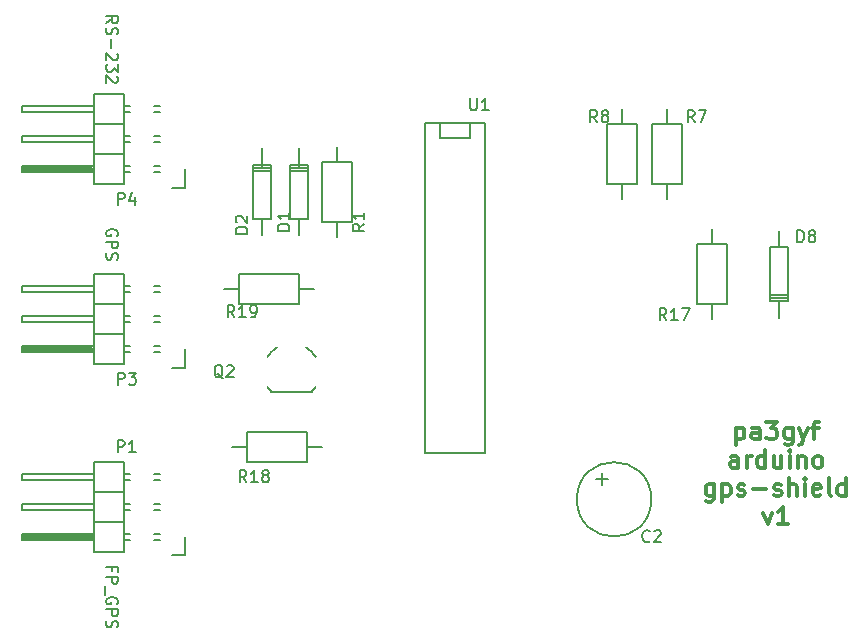
<source format=gbr>
G04 #@! TF.FileFunction,Legend,Top*
%FSLAX46Y46*%
G04 Gerber Fmt 4.6, Leading zero omitted, Abs format (unit mm)*
G04 Created by KiCad (PCBNEW (after 2015-mar-04 BZR unknown)-product) date Fri 28 Oct 2016 10:27:18 AM CEST*
%MOMM*%
G01*
G04 APERTURE LIST*
%ADD10C,0.100000*%
%ADD11C,0.200000*%
%ADD12C,0.300000*%
%ADD13C,0.150000*%
G04 APERTURE END LIST*
D10*
D11*
X150042619Y-53030715D02*
X150518810Y-52697381D01*
X150042619Y-52459286D02*
X151042619Y-52459286D01*
X151042619Y-52840239D01*
X150995000Y-52935477D01*
X150947381Y-52983096D01*
X150852143Y-53030715D01*
X150709286Y-53030715D01*
X150614048Y-52983096D01*
X150566429Y-52935477D01*
X150518810Y-52840239D01*
X150518810Y-52459286D01*
X150090238Y-53411667D02*
X150042619Y-53554524D01*
X150042619Y-53792620D01*
X150090238Y-53887858D01*
X150137857Y-53935477D01*
X150233095Y-53983096D01*
X150328333Y-53983096D01*
X150423571Y-53935477D01*
X150471190Y-53887858D01*
X150518810Y-53792620D01*
X150566429Y-53602143D01*
X150614048Y-53506905D01*
X150661667Y-53459286D01*
X150756905Y-53411667D01*
X150852143Y-53411667D01*
X150947381Y-53459286D01*
X150995000Y-53506905D01*
X151042619Y-53602143D01*
X151042619Y-53840239D01*
X150995000Y-53983096D01*
X150423571Y-54411667D02*
X150423571Y-55173572D01*
X150947381Y-55602143D02*
X150995000Y-55649762D01*
X151042619Y-55745000D01*
X151042619Y-55983096D01*
X150995000Y-56078334D01*
X150947381Y-56125953D01*
X150852143Y-56173572D01*
X150756905Y-56173572D01*
X150614048Y-56125953D01*
X150042619Y-55554524D01*
X150042619Y-56173572D01*
X151042619Y-56506905D02*
X151042619Y-57125953D01*
X150661667Y-56792619D01*
X150661667Y-56935477D01*
X150614048Y-57030715D01*
X150566429Y-57078334D01*
X150471190Y-57125953D01*
X150233095Y-57125953D01*
X150137857Y-57078334D01*
X150090238Y-57030715D01*
X150042619Y-56935477D01*
X150042619Y-56649762D01*
X150090238Y-56554524D01*
X150137857Y-56506905D01*
X150947381Y-57506905D02*
X150995000Y-57554524D01*
X151042619Y-57649762D01*
X151042619Y-57887858D01*
X150995000Y-57983096D01*
X150947381Y-58030715D01*
X150852143Y-58078334D01*
X150756905Y-58078334D01*
X150614048Y-58030715D01*
X150042619Y-57459286D01*
X150042619Y-58078334D01*
X150995000Y-71040715D02*
X151042619Y-70945477D01*
X151042619Y-70802620D01*
X150995000Y-70659762D01*
X150899762Y-70564524D01*
X150804524Y-70516905D01*
X150614048Y-70469286D01*
X150471190Y-70469286D01*
X150280714Y-70516905D01*
X150185476Y-70564524D01*
X150090238Y-70659762D01*
X150042619Y-70802620D01*
X150042619Y-70897858D01*
X150090238Y-71040715D01*
X150137857Y-71088334D01*
X150471190Y-71088334D01*
X150471190Y-70897858D01*
X150042619Y-71516905D02*
X151042619Y-71516905D01*
X151042619Y-71897858D01*
X150995000Y-71993096D01*
X150947381Y-72040715D01*
X150852143Y-72088334D01*
X150709286Y-72088334D01*
X150614048Y-72040715D01*
X150566429Y-71993096D01*
X150518810Y-71897858D01*
X150518810Y-71516905D01*
X150090238Y-72469286D02*
X150042619Y-72612143D01*
X150042619Y-72850239D01*
X150090238Y-72945477D01*
X150137857Y-72993096D01*
X150233095Y-73040715D01*
X150328333Y-73040715D01*
X150423571Y-72993096D01*
X150471190Y-72945477D01*
X150518810Y-72850239D01*
X150566429Y-72659762D01*
X150614048Y-72564524D01*
X150661667Y-72516905D01*
X150756905Y-72469286D01*
X150852143Y-72469286D01*
X150947381Y-72516905D01*
X150995000Y-72564524D01*
X151042619Y-72659762D01*
X151042619Y-72897858D01*
X150995000Y-73040715D01*
X150566429Y-99385715D02*
X150566429Y-99052381D01*
X150042619Y-99052381D02*
X151042619Y-99052381D01*
X151042619Y-99528572D01*
X150042619Y-99909524D02*
X151042619Y-99909524D01*
X151042619Y-100290477D01*
X150995000Y-100385715D01*
X150947381Y-100433334D01*
X150852143Y-100480953D01*
X150709286Y-100480953D01*
X150614048Y-100433334D01*
X150566429Y-100385715D01*
X150518810Y-100290477D01*
X150518810Y-99909524D01*
X149947381Y-100671429D02*
X149947381Y-101433334D01*
X150995000Y-102195239D02*
X151042619Y-102100001D01*
X151042619Y-101957144D01*
X150995000Y-101814286D01*
X150899762Y-101719048D01*
X150804524Y-101671429D01*
X150614048Y-101623810D01*
X150471190Y-101623810D01*
X150280714Y-101671429D01*
X150185476Y-101719048D01*
X150090238Y-101814286D01*
X150042619Y-101957144D01*
X150042619Y-102052382D01*
X150090238Y-102195239D01*
X150137857Y-102242858D01*
X150471190Y-102242858D01*
X150471190Y-102052382D01*
X150042619Y-102671429D02*
X151042619Y-102671429D01*
X151042619Y-103052382D01*
X150995000Y-103147620D01*
X150947381Y-103195239D01*
X150852143Y-103242858D01*
X150709286Y-103242858D01*
X150614048Y-103195239D01*
X150566429Y-103147620D01*
X150518810Y-103052382D01*
X150518810Y-102671429D01*
X150090238Y-103623810D02*
X150042619Y-103766667D01*
X150042619Y-104004763D01*
X150090238Y-104100001D01*
X150137857Y-104147620D01*
X150233095Y-104195239D01*
X150328333Y-104195239D01*
X150423571Y-104147620D01*
X150471190Y-104100001D01*
X150518810Y-104004763D01*
X150566429Y-103814286D01*
X150614048Y-103719048D01*
X150661667Y-103671429D01*
X150756905Y-103623810D01*
X150852143Y-103623810D01*
X150947381Y-103671429D01*
X150995000Y-103719048D01*
X151042619Y-103814286D01*
X151042619Y-104052382D01*
X150995000Y-104195239D01*
D12*
X203363143Y-87264571D02*
X203363143Y-88764571D01*
X203363143Y-87336000D02*
X203506000Y-87264571D01*
X203791714Y-87264571D01*
X203934571Y-87336000D01*
X204006000Y-87407429D01*
X204077429Y-87550286D01*
X204077429Y-87978857D01*
X204006000Y-88121714D01*
X203934571Y-88193143D01*
X203791714Y-88264571D01*
X203506000Y-88264571D01*
X203363143Y-88193143D01*
X205363143Y-88264571D02*
X205363143Y-87478857D01*
X205291714Y-87336000D01*
X205148857Y-87264571D01*
X204863143Y-87264571D01*
X204720286Y-87336000D01*
X205363143Y-88193143D02*
X205220286Y-88264571D01*
X204863143Y-88264571D01*
X204720286Y-88193143D01*
X204648857Y-88050286D01*
X204648857Y-87907429D01*
X204720286Y-87764571D01*
X204863143Y-87693143D01*
X205220286Y-87693143D01*
X205363143Y-87621714D01*
X205934572Y-86764571D02*
X206863143Y-86764571D01*
X206363143Y-87336000D01*
X206577429Y-87336000D01*
X206720286Y-87407429D01*
X206791715Y-87478857D01*
X206863143Y-87621714D01*
X206863143Y-87978857D01*
X206791715Y-88121714D01*
X206720286Y-88193143D01*
X206577429Y-88264571D01*
X206148857Y-88264571D01*
X206006000Y-88193143D01*
X205934572Y-88121714D01*
X208148857Y-87264571D02*
X208148857Y-88478857D01*
X208077428Y-88621714D01*
X208006000Y-88693143D01*
X207863143Y-88764571D01*
X207648857Y-88764571D01*
X207506000Y-88693143D01*
X208148857Y-88193143D02*
X208006000Y-88264571D01*
X207720286Y-88264571D01*
X207577428Y-88193143D01*
X207506000Y-88121714D01*
X207434571Y-87978857D01*
X207434571Y-87550286D01*
X207506000Y-87407429D01*
X207577428Y-87336000D01*
X207720286Y-87264571D01*
X208006000Y-87264571D01*
X208148857Y-87336000D01*
X208720286Y-87264571D02*
X209077429Y-88264571D01*
X209434571Y-87264571D02*
X209077429Y-88264571D01*
X208934571Y-88621714D01*
X208863143Y-88693143D01*
X208720286Y-88764571D01*
X209791714Y-87264571D02*
X210363143Y-87264571D01*
X210006000Y-88264571D02*
X210006000Y-86978857D01*
X210077428Y-86836000D01*
X210220286Y-86764571D01*
X210363143Y-86764571D01*
X203541714Y-90664571D02*
X203541714Y-89878857D01*
X203470285Y-89736000D01*
X203327428Y-89664571D01*
X203041714Y-89664571D01*
X202898857Y-89736000D01*
X203541714Y-90593143D02*
X203398857Y-90664571D01*
X203041714Y-90664571D01*
X202898857Y-90593143D01*
X202827428Y-90450286D01*
X202827428Y-90307429D01*
X202898857Y-90164571D01*
X203041714Y-90093143D01*
X203398857Y-90093143D01*
X203541714Y-90021714D01*
X204256000Y-90664571D02*
X204256000Y-89664571D01*
X204256000Y-89950286D02*
X204327428Y-89807429D01*
X204398857Y-89736000D01*
X204541714Y-89664571D01*
X204684571Y-89664571D01*
X205827428Y-90664571D02*
X205827428Y-89164571D01*
X205827428Y-90593143D02*
X205684571Y-90664571D01*
X205398857Y-90664571D01*
X205255999Y-90593143D01*
X205184571Y-90521714D01*
X205113142Y-90378857D01*
X205113142Y-89950286D01*
X205184571Y-89807429D01*
X205255999Y-89736000D01*
X205398857Y-89664571D01*
X205684571Y-89664571D01*
X205827428Y-89736000D01*
X207184571Y-89664571D02*
X207184571Y-90664571D01*
X206541714Y-89664571D02*
X206541714Y-90450286D01*
X206613142Y-90593143D01*
X206756000Y-90664571D01*
X206970285Y-90664571D01*
X207113142Y-90593143D01*
X207184571Y-90521714D01*
X207898857Y-90664571D02*
X207898857Y-89664571D01*
X207898857Y-89164571D02*
X207827428Y-89236000D01*
X207898857Y-89307429D01*
X207970285Y-89236000D01*
X207898857Y-89164571D01*
X207898857Y-89307429D01*
X208613143Y-89664571D02*
X208613143Y-90664571D01*
X208613143Y-89807429D02*
X208684571Y-89736000D01*
X208827429Y-89664571D01*
X209041714Y-89664571D01*
X209184571Y-89736000D01*
X209256000Y-89878857D01*
X209256000Y-90664571D01*
X210184572Y-90664571D02*
X210041714Y-90593143D01*
X209970286Y-90521714D01*
X209898857Y-90378857D01*
X209898857Y-89950286D01*
X209970286Y-89807429D01*
X210041714Y-89736000D01*
X210184572Y-89664571D01*
X210398857Y-89664571D01*
X210541714Y-89736000D01*
X210613143Y-89807429D01*
X210684572Y-89950286D01*
X210684572Y-90378857D01*
X210613143Y-90521714D01*
X210541714Y-90593143D01*
X210398857Y-90664571D01*
X210184572Y-90664571D01*
X201506000Y-92064571D02*
X201506000Y-93278857D01*
X201434571Y-93421714D01*
X201363143Y-93493143D01*
X201220286Y-93564571D01*
X201006000Y-93564571D01*
X200863143Y-93493143D01*
X201506000Y-92993143D02*
X201363143Y-93064571D01*
X201077429Y-93064571D01*
X200934571Y-92993143D01*
X200863143Y-92921714D01*
X200791714Y-92778857D01*
X200791714Y-92350286D01*
X200863143Y-92207429D01*
X200934571Y-92136000D01*
X201077429Y-92064571D01*
X201363143Y-92064571D01*
X201506000Y-92136000D01*
X202220286Y-92064571D02*
X202220286Y-93564571D01*
X202220286Y-92136000D02*
X202363143Y-92064571D01*
X202648857Y-92064571D01*
X202791714Y-92136000D01*
X202863143Y-92207429D01*
X202934572Y-92350286D01*
X202934572Y-92778857D01*
X202863143Y-92921714D01*
X202791714Y-92993143D01*
X202648857Y-93064571D01*
X202363143Y-93064571D01*
X202220286Y-92993143D01*
X203506000Y-92993143D02*
X203648857Y-93064571D01*
X203934572Y-93064571D01*
X204077429Y-92993143D01*
X204148857Y-92850286D01*
X204148857Y-92778857D01*
X204077429Y-92636000D01*
X203934572Y-92564571D01*
X203720286Y-92564571D01*
X203577429Y-92493143D01*
X203506000Y-92350286D01*
X203506000Y-92278857D01*
X203577429Y-92136000D01*
X203720286Y-92064571D01*
X203934572Y-92064571D01*
X204077429Y-92136000D01*
X204791715Y-92493143D02*
X205934572Y-92493143D01*
X206577429Y-92993143D02*
X206720286Y-93064571D01*
X207006001Y-93064571D01*
X207148858Y-92993143D01*
X207220286Y-92850286D01*
X207220286Y-92778857D01*
X207148858Y-92636000D01*
X207006001Y-92564571D01*
X206791715Y-92564571D01*
X206648858Y-92493143D01*
X206577429Y-92350286D01*
X206577429Y-92278857D01*
X206648858Y-92136000D01*
X206791715Y-92064571D01*
X207006001Y-92064571D01*
X207148858Y-92136000D01*
X207863144Y-93064571D02*
X207863144Y-91564571D01*
X208506001Y-93064571D02*
X208506001Y-92278857D01*
X208434572Y-92136000D01*
X208291715Y-92064571D01*
X208077430Y-92064571D01*
X207934572Y-92136000D01*
X207863144Y-92207429D01*
X209220287Y-93064571D02*
X209220287Y-92064571D01*
X209220287Y-91564571D02*
X209148858Y-91636000D01*
X209220287Y-91707429D01*
X209291715Y-91636000D01*
X209220287Y-91564571D01*
X209220287Y-91707429D01*
X210506001Y-92993143D02*
X210363144Y-93064571D01*
X210077430Y-93064571D01*
X209934573Y-92993143D01*
X209863144Y-92850286D01*
X209863144Y-92278857D01*
X209934573Y-92136000D01*
X210077430Y-92064571D01*
X210363144Y-92064571D01*
X210506001Y-92136000D01*
X210577430Y-92278857D01*
X210577430Y-92421714D01*
X209863144Y-92564571D01*
X211434573Y-93064571D02*
X211291715Y-92993143D01*
X211220287Y-92850286D01*
X211220287Y-91564571D01*
X212648858Y-93064571D02*
X212648858Y-91564571D01*
X212648858Y-92993143D02*
X212506001Y-93064571D01*
X212220287Y-93064571D01*
X212077429Y-92993143D01*
X212006001Y-92921714D01*
X211934572Y-92778857D01*
X211934572Y-92350286D01*
X212006001Y-92207429D01*
X212077429Y-92136000D01*
X212220287Y-92064571D01*
X212506001Y-92064571D01*
X212648858Y-92136000D01*
X205684572Y-94464571D02*
X206041715Y-95464571D01*
X206398857Y-94464571D01*
X207756000Y-95464571D02*
X206898857Y-95464571D01*
X207327429Y-95464571D02*
X207327429Y-93964571D01*
X207184572Y-94178857D01*
X207041714Y-94321714D01*
X206898857Y-94393143D01*
D13*
X154051000Y-91186000D02*
X154559000Y-91186000D01*
X154051000Y-91694000D02*
X154559000Y-91694000D01*
X154051000Y-93726000D02*
X154559000Y-93726000D01*
X154051000Y-94234000D02*
X154559000Y-94234000D01*
X154051000Y-96266000D02*
X154559000Y-96266000D01*
X154051000Y-96774000D02*
X154559000Y-96774000D01*
X151511000Y-94234000D02*
X152019000Y-94234000D01*
X151511000Y-93726000D02*
X152019000Y-93726000D01*
X151511000Y-91694000D02*
X152019000Y-91694000D01*
X151511000Y-91186000D02*
X152019000Y-91186000D01*
X151511000Y-96774000D02*
X152019000Y-96774000D01*
X151511000Y-96266000D02*
X152019000Y-96266000D01*
X155575000Y-98070000D02*
X156725000Y-98070000D01*
X156725000Y-98070000D02*
X156725000Y-96520000D01*
X148971000Y-96647000D02*
X143002000Y-96647000D01*
X143002000Y-96647000D02*
X143002000Y-96393000D01*
X143002000Y-96393000D02*
X148844000Y-96393000D01*
X148844000Y-96393000D02*
X148844000Y-96520000D01*
X148844000Y-96520000D02*
X143002000Y-96520000D01*
X151511000Y-95250000D02*
X151511000Y-92710000D01*
X151511000Y-92710000D02*
X148971000Y-92710000D01*
X148971000Y-94234000D02*
X142875000Y-94234000D01*
X142875000Y-94234000D02*
X142875000Y-93726000D01*
X142875000Y-93726000D02*
X148971000Y-93726000D01*
X148971000Y-92710000D02*
X148971000Y-95250000D01*
X151511000Y-90170000D02*
X148971000Y-90170000D01*
X148971000Y-90170000D02*
X148971000Y-92710000D01*
X142875000Y-91186000D02*
X148971000Y-91186000D01*
X142875000Y-91694000D02*
X142875000Y-91186000D01*
X148971000Y-91694000D02*
X142875000Y-91694000D01*
X151511000Y-90170000D02*
X148971000Y-90170000D01*
X151511000Y-92710000D02*
X151511000Y-90170000D01*
X151511000Y-92710000D02*
X148971000Y-92710000D01*
X151511000Y-95250000D02*
X148971000Y-95250000D01*
X148971000Y-95250000D02*
X148971000Y-97790000D01*
X142875000Y-96266000D02*
X148971000Y-96266000D01*
X142875000Y-96774000D02*
X142875000Y-96266000D01*
X148971000Y-96774000D02*
X142875000Y-96774000D01*
X151511000Y-95250000D02*
X148971000Y-95250000D01*
X151511000Y-97790000D02*
X151511000Y-95250000D01*
X151511000Y-97790000D02*
X148971000Y-97790000D01*
X154051000Y-75311000D02*
X154559000Y-75311000D01*
X154051000Y-75819000D02*
X154559000Y-75819000D01*
X154051000Y-77851000D02*
X154559000Y-77851000D01*
X154051000Y-78359000D02*
X154559000Y-78359000D01*
X154051000Y-80391000D02*
X154559000Y-80391000D01*
X154051000Y-80899000D02*
X154559000Y-80899000D01*
X151511000Y-78359000D02*
X152019000Y-78359000D01*
X151511000Y-77851000D02*
X152019000Y-77851000D01*
X151511000Y-75819000D02*
X152019000Y-75819000D01*
X151511000Y-75311000D02*
X152019000Y-75311000D01*
X151511000Y-80899000D02*
X152019000Y-80899000D01*
X151511000Y-80391000D02*
X152019000Y-80391000D01*
X155575000Y-82195000D02*
X156725000Y-82195000D01*
X156725000Y-82195000D02*
X156725000Y-80645000D01*
X148971000Y-80772000D02*
X143002000Y-80772000D01*
X143002000Y-80772000D02*
X143002000Y-80518000D01*
X143002000Y-80518000D02*
X148844000Y-80518000D01*
X148844000Y-80518000D02*
X148844000Y-80645000D01*
X148844000Y-80645000D02*
X143002000Y-80645000D01*
X151511000Y-79375000D02*
X151511000Y-76835000D01*
X151511000Y-76835000D02*
X148971000Y-76835000D01*
X148971000Y-78359000D02*
X142875000Y-78359000D01*
X142875000Y-78359000D02*
X142875000Y-77851000D01*
X142875000Y-77851000D02*
X148971000Y-77851000D01*
X148971000Y-76835000D02*
X148971000Y-79375000D01*
X151511000Y-74295000D02*
X148971000Y-74295000D01*
X148971000Y-74295000D02*
X148971000Y-76835000D01*
X142875000Y-75311000D02*
X148971000Y-75311000D01*
X142875000Y-75819000D02*
X142875000Y-75311000D01*
X148971000Y-75819000D02*
X142875000Y-75819000D01*
X151511000Y-74295000D02*
X148971000Y-74295000D01*
X151511000Y-76835000D02*
X151511000Y-74295000D01*
X151511000Y-76835000D02*
X148971000Y-76835000D01*
X151511000Y-79375000D02*
X148971000Y-79375000D01*
X148971000Y-79375000D02*
X148971000Y-81915000D01*
X142875000Y-80391000D02*
X148971000Y-80391000D01*
X142875000Y-80899000D02*
X142875000Y-80391000D01*
X148971000Y-80899000D02*
X142875000Y-80899000D01*
X151511000Y-79375000D02*
X148971000Y-79375000D01*
X151511000Y-81915000D02*
X151511000Y-79375000D01*
X151511000Y-81915000D02*
X148971000Y-81915000D01*
X154051000Y-60071000D02*
X154559000Y-60071000D01*
X154051000Y-60579000D02*
X154559000Y-60579000D01*
X154051000Y-62611000D02*
X154559000Y-62611000D01*
X154051000Y-63119000D02*
X154559000Y-63119000D01*
X154051000Y-65151000D02*
X154559000Y-65151000D01*
X154051000Y-65659000D02*
X154559000Y-65659000D01*
X151511000Y-63119000D02*
X152019000Y-63119000D01*
X151511000Y-62611000D02*
X152019000Y-62611000D01*
X151511000Y-60579000D02*
X152019000Y-60579000D01*
X151511000Y-60071000D02*
X152019000Y-60071000D01*
X151511000Y-65659000D02*
X152019000Y-65659000D01*
X151511000Y-65151000D02*
X152019000Y-65151000D01*
X155575000Y-66955000D02*
X156725000Y-66955000D01*
X156725000Y-66955000D02*
X156725000Y-65405000D01*
X148971000Y-65532000D02*
X143002000Y-65532000D01*
X143002000Y-65532000D02*
X143002000Y-65278000D01*
X143002000Y-65278000D02*
X148844000Y-65278000D01*
X148844000Y-65278000D02*
X148844000Y-65405000D01*
X148844000Y-65405000D02*
X143002000Y-65405000D01*
X151511000Y-64135000D02*
X151511000Y-61595000D01*
X151511000Y-61595000D02*
X148971000Y-61595000D01*
X148971000Y-63119000D02*
X142875000Y-63119000D01*
X142875000Y-63119000D02*
X142875000Y-62611000D01*
X142875000Y-62611000D02*
X148971000Y-62611000D01*
X148971000Y-61595000D02*
X148971000Y-64135000D01*
X151511000Y-59055000D02*
X148971000Y-59055000D01*
X148971000Y-59055000D02*
X148971000Y-61595000D01*
X142875000Y-60071000D02*
X148971000Y-60071000D01*
X142875000Y-60579000D02*
X142875000Y-60071000D01*
X148971000Y-60579000D02*
X142875000Y-60579000D01*
X151511000Y-59055000D02*
X148971000Y-59055000D01*
X151511000Y-61595000D02*
X151511000Y-59055000D01*
X151511000Y-61595000D02*
X148971000Y-61595000D01*
X151511000Y-64135000D02*
X148971000Y-64135000D01*
X148971000Y-64135000D02*
X148971000Y-66675000D01*
X142875000Y-65151000D02*
X148971000Y-65151000D01*
X142875000Y-65659000D02*
X142875000Y-65151000D01*
X148971000Y-65659000D02*
X142875000Y-65659000D01*
X151511000Y-64135000D02*
X148971000Y-64135000D01*
X151511000Y-66675000D02*
X151511000Y-64135000D01*
X151511000Y-66675000D02*
X148971000Y-66675000D01*
X192039240Y-91145360D02*
X192039240Y-92146120D01*
X191538860Y-91645740D02*
X192539620Y-91645740D01*
X196189600Y-93345000D02*
G75*
G03X196189600Y-93345000I-3149600J0D01*
G01*
X207010000Y-72009000D02*
X207010000Y-70612000D01*
X207010000Y-76454000D02*
X207010000Y-77978000D01*
X207772000Y-76073000D02*
X206248000Y-76073000D01*
X207772000Y-76327000D02*
X206248000Y-76327000D01*
X207010000Y-76581000D02*
X206248000Y-76581000D01*
X206248000Y-76581000D02*
X206248000Y-72009000D01*
X206248000Y-72009000D02*
X207772000Y-72009000D01*
X207772000Y-72009000D02*
X207772000Y-76581000D01*
X207772000Y-76581000D02*
X207010000Y-76581000D01*
X164485001Y-80500000D02*
G75*
G03X163685000Y-81300000I1249999J-2050000D01*
G01*
X166984999Y-80500000D02*
G75*
G02X167785000Y-81300000I-1249999J-2050000D01*
G01*
X163696274Y-83824203D02*
G75*
G03X164035000Y-84250000I2038726J1274203D01*
G01*
X167773726Y-83824203D02*
G75*
G02X167435000Y-84250000I-2038726J1274203D01*
G01*
X164035000Y-84250000D02*
X167435000Y-84250000D01*
X192405000Y-66675000D02*
X192405000Y-61595000D01*
X192405000Y-61595000D02*
X194945000Y-61595000D01*
X194945000Y-61595000D02*
X194945000Y-66675000D01*
X194945000Y-66675000D02*
X192405000Y-66675000D01*
X193675000Y-66675000D02*
X193675000Y-67945000D01*
X193675000Y-61595000D02*
X193675000Y-60325000D01*
X196215000Y-66675000D02*
X196215000Y-61595000D01*
X196215000Y-61595000D02*
X198755000Y-61595000D01*
X198755000Y-61595000D02*
X198755000Y-66675000D01*
X198755000Y-66675000D02*
X196215000Y-66675000D01*
X197485000Y-66675000D02*
X197485000Y-67945000D01*
X197485000Y-61595000D02*
X197485000Y-60325000D01*
X202565000Y-71755000D02*
X202565000Y-76835000D01*
X202565000Y-76835000D02*
X200025000Y-76835000D01*
X200025000Y-76835000D02*
X200025000Y-71755000D01*
X200025000Y-71755000D02*
X202565000Y-71755000D01*
X201295000Y-71755000D02*
X201295000Y-70485000D01*
X201295000Y-76835000D02*
X201295000Y-78105000D01*
X167005000Y-90170000D02*
X161925000Y-90170000D01*
X161925000Y-90170000D02*
X161925000Y-87630000D01*
X161925000Y-87630000D02*
X167005000Y-87630000D01*
X167005000Y-87630000D02*
X167005000Y-90170000D01*
X167005000Y-88900000D02*
X168275000Y-88900000D01*
X161925000Y-88900000D02*
X160655000Y-88900000D01*
X161290000Y-74295000D02*
X166370000Y-74295000D01*
X166370000Y-74295000D02*
X166370000Y-76835000D01*
X166370000Y-76835000D02*
X161290000Y-76835000D01*
X161290000Y-76835000D02*
X161290000Y-74295000D01*
X161290000Y-75565000D02*
X160020000Y-75565000D01*
X166370000Y-75565000D02*
X167640000Y-75565000D01*
X166370000Y-69596000D02*
X166370000Y-70993000D01*
X166370000Y-65151000D02*
X166370000Y-63627000D01*
X165608000Y-65532000D02*
X167132000Y-65532000D01*
X165608000Y-65278000D02*
X167132000Y-65278000D01*
X166370000Y-65024000D02*
X167132000Y-65024000D01*
X167132000Y-65024000D02*
X167132000Y-69596000D01*
X167132000Y-69596000D02*
X165608000Y-69596000D01*
X165608000Y-69596000D02*
X165608000Y-65024000D01*
X165608000Y-65024000D02*
X166370000Y-65024000D01*
X163195000Y-69596000D02*
X163195000Y-70993000D01*
X163195000Y-65151000D02*
X163195000Y-63627000D01*
X162433000Y-65532000D02*
X163957000Y-65532000D01*
X162433000Y-65278000D02*
X163957000Y-65278000D01*
X163195000Y-65024000D02*
X163957000Y-65024000D01*
X163957000Y-65024000D02*
X163957000Y-69596000D01*
X163957000Y-69596000D02*
X162433000Y-69596000D01*
X162433000Y-69596000D02*
X162433000Y-65024000D01*
X162433000Y-65024000D02*
X163195000Y-65024000D01*
X170815000Y-64770000D02*
X170815000Y-69850000D01*
X170815000Y-69850000D02*
X168275000Y-69850000D01*
X168275000Y-69850000D02*
X168275000Y-64770000D01*
X168275000Y-64770000D02*
X170815000Y-64770000D01*
X169545000Y-64770000D02*
X169545000Y-63500000D01*
X169545000Y-69850000D02*
X169545000Y-71120000D01*
X180848000Y-61468000D02*
X180848000Y-62738000D01*
X180848000Y-62738000D02*
X178308000Y-62738000D01*
X178308000Y-62738000D02*
X178308000Y-61468000D01*
X182118000Y-61468000D02*
X182118000Y-89408000D01*
X182118000Y-89408000D02*
X177038000Y-89408000D01*
X177038000Y-89408000D02*
X177038000Y-61468000D01*
X177038000Y-61468000D02*
X182118000Y-61468000D01*
X151026905Y-89352381D02*
X151026905Y-88352381D01*
X151407858Y-88352381D01*
X151503096Y-88400000D01*
X151550715Y-88447619D01*
X151598334Y-88542857D01*
X151598334Y-88685714D01*
X151550715Y-88780952D01*
X151503096Y-88828571D01*
X151407858Y-88876190D01*
X151026905Y-88876190D01*
X152550715Y-89352381D02*
X151979286Y-89352381D01*
X152265000Y-89352381D02*
X152265000Y-88352381D01*
X152169762Y-88495238D01*
X152074524Y-88590476D01*
X151979286Y-88638095D01*
X151026905Y-83637381D02*
X151026905Y-82637381D01*
X151407858Y-82637381D01*
X151503096Y-82685000D01*
X151550715Y-82732619D01*
X151598334Y-82827857D01*
X151598334Y-82970714D01*
X151550715Y-83065952D01*
X151503096Y-83113571D01*
X151407858Y-83161190D01*
X151026905Y-83161190D01*
X151931667Y-82637381D02*
X152550715Y-82637381D01*
X152217381Y-83018333D01*
X152360239Y-83018333D01*
X152455477Y-83065952D01*
X152503096Y-83113571D01*
X152550715Y-83208810D01*
X152550715Y-83446905D01*
X152503096Y-83542143D01*
X152455477Y-83589762D01*
X152360239Y-83637381D01*
X152074524Y-83637381D01*
X151979286Y-83589762D01*
X151931667Y-83542143D01*
X151026905Y-68397381D02*
X151026905Y-67397381D01*
X151407858Y-67397381D01*
X151503096Y-67445000D01*
X151550715Y-67492619D01*
X151598334Y-67587857D01*
X151598334Y-67730714D01*
X151550715Y-67825952D01*
X151503096Y-67873571D01*
X151407858Y-67921190D01*
X151026905Y-67921190D01*
X152455477Y-67730714D02*
X152455477Y-68397381D01*
X152217381Y-67349762D02*
X151979286Y-68064048D01*
X152598334Y-68064048D01*
X196048334Y-96877143D02*
X196000715Y-96924762D01*
X195857858Y-96972381D01*
X195762620Y-96972381D01*
X195619762Y-96924762D01*
X195524524Y-96829524D01*
X195476905Y-96734286D01*
X195429286Y-96543810D01*
X195429286Y-96400952D01*
X195476905Y-96210476D01*
X195524524Y-96115238D01*
X195619762Y-96020000D01*
X195762620Y-95972381D01*
X195857858Y-95972381D01*
X196000715Y-96020000D01*
X196048334Y-96067619D01*
X196429286Y-96067619D02*
X196476905Y-96020000D01*
X196572143Y-95972381D01*
X196810239Y-95972381D01*
X196905477Y-96020000D01*
X196953096Y-96067619D01*
X197000715Y-96162857D01*
X197000715Y-96258095D01*
X196953096Y-96400952D01*
X196381667Y-96972381D01*
X197000715Y-96972381D01*
X208557905Y-71572381D02*
X208557905Y-70572381D01*
X208796000Y-70572381D01*
X208938858Y-70620000D01*
X209034096Y-70715238D01*
X209081715Y-70810476D01*
X209129334Y-71000952D01*
X209129334Y-71143810D01*
X209081715Y-71334286D01*
X209034096Y-71429524D01*
X208938858Y-71524762D01*
X208796000Y-71572381D01*
X208557905Y-71572381D01*
X209700762Y-71000952D02*
X209605524Y-70953333D01*
X209557905Y-70905714D01*
X209510286Y-70810476D01*
X209510286Y-70762857D01*
X209557905Y-70667619D01*
X209605524Y-70620000D01*
X209700762Y-70572381D01*
X209891239Y-70572381D01*
X209986477Y-70620000D01*
X210034096Y-70667619D01*
X210081715Y-70762857D01*
X210081715Y-70810476D01*
X210034096Y-70905714D01*
X209986477Y-70953333D01*
X209891239Y-71000952D01*
X209700762Y-71000952D01*
X209605524Y-71048571D01*
X209557905Y-71096190D01*
X209510286Y-71191429D01*
X209510286Y-71381905D01*
X209557905Y-71477143D01*
X209605524Y-71524762D01*
X209700762Y-71572381D01*
X209891239Y-71572381D01*
X209986477Y-71524762D01*
X210034096Y-71477143D01*
X210081715Y-71381905D01*
X210081715Y-71191429D01*
X210034096Y-71096190D01*
X209986477Y-71048571D01*
X209891239Y-71000952D01*
X159924762Y-83097619D02*
X159829524Y-83050000D01*
X159734286Y-82954762D01*
X159591429Y-82811905D01*
X159496190Y-82764286D01*
X159400952Y-82764286D01*
X159448571Y-83002381D02*
X159353333Y-82954762D01*
X159258095Y-82859524D01*
X159210476Y-82669048D01*
X159210476Y-82335714D01*
X159258095Y-82145238D01*
X159353333Y-82050000D01*
X159448571Y-82002381D01*
X159639048Y-82002381D01*
X159734286Y-82050000D01*
X159829524Y-82145238D01*
X159877143Y-82335714D01*
X159877143Y-82669048D01*
X159829524Y-82859524D01*
X159734286Y-82954762D01*
X159639048Y-83002381D01*
X159448571Y-83002381D01*
X160258095Y-82097619D02*
X160305714Y-82050000D01*
X160400952Y-82002381D01*
X160639048Y-82002381D01*
X160734286Y-82050000D01*
X160781905Y-82097619D01*
X160829524Y-82192857D01*
X160829524Y-82288095D01*
X160781905Y-82430952D01*
X160210476Y-83002381D01*
X160829524Y-83002381D01*
X199858334Y-61412381D02*
X199525000Y-60936190D01*
X199286905Y-61412381D02*
X199286905Y-60412381D01*
X199667858Y-60412381D01*
X199763096Y-60460000D01*
X199810715Y-60507619D01*
X199858334Y-60602857D01*
X199858334Y-60745714D01*
X199810715Y-60840952D01*
X199763096Y-60888571D01*
X199667858Y-60936190D01*
X199286905Y-60936190D01*
X200191667Y-60412381D02*
X200858334Y-60412381D01*
X200429762Y-61412381D01*
X191603334Y-61412381D02*
X191270000Y-60936190D01*
X191031905Y-61412381D02*
X191031905Y-60412381D01*
X191412858Y-60412381D01*
X191508096Y-60460000D01*
X191555715Y-60507619D01*
X191603334Y-60602857D01*
X191603334Y-60745714D01*
X191555715Y-60840952D01*
X191508096Y-60888571D01*
X191412858Y-60936190D01*
X191031905Y-60936190D01*
X192174762Y-60840952D02*
X192079524Y-60793333D01*
X192031905Y-60745714D01*
X191984286Y-60650476D01*
X191984286Y-60602857D01*
X192031905Y-60507619D01*
X192079524Y-60460000D01*
X192174762Y-60412381D01*
X192365239Y-60412381D01*
X192460477Y-60460000D01*
X192508096Y-60507619D01*
X192555715Y-60602857D01*
X192555715Y-60650476D01*
X192508096Y-60745714D01*
X192460477Y-60793333D01*
X192365239Y-60840952D01*
X192174762Y-60840952D01*
X192079524Y-60888571D01*
X192031905Y-60936190D01*
X191984286Y-61031429D01*
X191984286Y-61221905D01*
X192031905Y-61317143D01*
X192079524Y-61364762D01*
X192174762Y-61412381D01*
X192365239Y-61412381D01*
X192460477Y-61364762D01*
X192508096Y-61317143D01*
X192555715Y-61221905D01*
X192555715Y-61031429D01*
X192508096Y-60936190D01*
X192460477Y-60888571D01*
X192365239Y-60840952D01*
X197477143Y-78176381D02*
X197143809Y-77700190D01*
X196905714Y-78176381D02*
X196905714Y-77176381D01*
X197286667Y-77176381D01*
X197381905Y-77224000D01*
X197429524Y-77271619D01*
X197477143Y-77366857D01*
X197477143Y-77509714D01*
X197429524Y-77604952D01*
X197381905Y-77652571D01*
X197286667Y-77700190D01*
X196905714Y-77700190D01*
X198429524Y-78176381D02*
X197858095Y-78176381D01*
X198143809Y-78176381D02*
X198143809Y-77176381D01*
X198048571Y-77319238D01*
X197953333Y-77414476D01*
X197858095Y-77462095D01*
X198762857Y-77176381D02*
X199429524Y-77176381D01*
X199000952Y-78176381D01*
X161917143Y-91892381D02*
X161583809Y-91416190D01*
X161345714Y-91892381D02*
X161345714Y-90892381D01*
X161726667Y-90892381D01*
X161821905Y-90940000D01*
X161869524Y-90987619D01*
X161917143Y-91082857D01*
X161917143Y-91225714D01*
X161869524Y-91320952D01*
X161821905Y-91368571D01*
X161726667Y-91416190D01*
X161345714Y-91416190D01*
X162869524Y-91892381D02*
X162298095Y-91892381D01*
X162583809Y-91892381D02*
X162583809Y-90892381D01*
X162488571Y-91035238D01*
X162393333Y-91130476D01*
X162298095Y-91178095D01*
X163440952Y-91320952D02*
X163345714Y-91273333D01*
X163298095Y-91225714D01*
X163250476Y-91130476D01*
X163250476Y-91082857D01*
X163298095Y-90987619D01*
X163345714Y-90940000D01*
X163440952Y-90892381D01*
X163631429Y-90892381D01*
X163726667Y-90940000D01*
X163774286Y-90987619D01*
X163821905Y-91082857D01*
X163821905Y-91130476D01*
X163774286Y-91225714D01*
X163726667Y-91273333D01*
X163631429Y-91320952D01*
X163440952Y-91320952D01*
X163345714Y-91368571D01*
X163298095Y-91416190D01*
X163250476Y-91511429D01*
X163250476Y-91701905D01*
X163298095Y-91797143D01*
X163345714Y-91844762D01*
X163440952Y-91892381D01*
X163631429Y-91892381D01*
X163726667Y-91844762D01*
X163774286Y-91797143D01*
X163821905Y-91701905D01*
X163821905Y-91511429D01*
X163774286Y-91416190D01*
X163726667Y-91368571D01*
X163631429Y-91320952D01*
X160901143Y-77922381D02*
X160567809Y-77446190D01*
X160329714Y-77922381D02*
X160329714Y-76922381D01*
X160710667Y-76922381D01*
X160805905Y-76970000D01*
X160853524Y-77017619D01*
X160901143Y-77112857D01*
X160901143Y-77255714D01*
X160853524Y-77350952D01*
X160805905Y-77398571D01*
X160710667Y-77446190D01*
X160329714Y-77446190D01*
X161853524Y-77922381D02*
X161282095Y-77922381D01*
X161567809Y-77922381D02*
X161567809Y-76922381D01*
X161472571Y-77065238D01*
X161377333Y-77160476D01*
X161282095Y-77208095D01*
X162329714Y-77922381D02*
X162520190Y-77922381D01*
X162615429Y-77874762D01*
X162663048Y-77827143D01*
X162758286Y-77684286D01*
X162805905Y-77493810D01*
X162805905Y-77112857D01*
X162758286Y-77017619D01*
X162710667Y-76970000D01*
X162615429Y-76922381D01*
X162424952Y-76922381D01*
X162329714Y-76970000D01*
X162282095Y-77017619D01*
X162234476Y-77112857D01*
X162234476Y-77350952D01*
X162282095Y-77446190D01*
X162329714Y-77493810D01*
X162424952Y-77541429D01*
X162615429Y-77541429D01*
X162710667Y-77493810D01*
X162758286Y-77446190D01*
X162805905Y-77350952D01*
X165552381Y-70588095D02*
X164552381Y-70588095D01*
X164552381Y-70350000D01*
X164600000Y-70207142D01*
X164695238Y-70111904D01*
X164790476Y-70064285D01*
X164980952Y-70016666D01*
X165123810Y-70016666D01*
X165314286Y-70064285D01*
X165409524Y-70111904D01*
X165504762Y-70207142D01*
X165552381Y-70350000D01*
X165552381Y-70588095D01*
X165552381Y-69064285D02*
X165552381Y-69635714D01*
X165552381Y-69350000D02*
X164552381Y-69350000D01*
X164695238Y-69445238D01*
X164790476Y-69540476D01*
X164838095Y-69635714D01*
X161996381Y-70842095D02*
X160996381Y-70842095D01*
X160996381Y-70604000D01*
X161044000Y-70461142D01*
X161139238Y-70365904D01*
X161234476Y-70318285D01*
X161424952Y-70270666D01*
X161567810Y-70270666D01*
X161758286Y-70318285D01*
X161853524Y-70365904D01*
X161948762Y-70461142D01*
X161996381Y-70604000D01*
X161996381Y-70842095D01*
X161091619Y-69889714D02*
X161044000Y-69842095D01*
X160996381Y-69746857D01*
X160996381Y-69508761D01*
X161044000Y-69413523D01*
X161091619Y-69365904D01*
X161186857Y-69318285D01*
X161282095Y-69318285D01*
X161424952Y-69365904D01*
X161996381Y-69937333D01*
X161996381Y-69318285D01*
X171902381Y-70016666D02*
X171426190Y-70350000D01*
X171902381Y-70588095D02*
X170902381Y-70588095D01*
X170902381Y-70207142D01*
X170950000Y-70111904D01*
X170997619Y-70064285D01*
X171092857Y-70016666D01*
X171235714Y-70016666D01*
X171330952Y-70064285D01*
X171378571Y-70111904D01*
X171426190Y-70207142D01*
X171426190Y-70588095D01*
X171902381Y-69064285D02*
X171902381Y-69635714D01*
X171902381Y-69350000D02*
X170902381Y-69350000D01*
X171045238Y-69445238D01*
X171140476Y-69540476D01*
X171188095Y-69635714D01*
X180848095Y-59396381D02*
X180848095Y-60205905D01*
X180895714Y-60301143D01*
X180943333Y-60348762D01*
X181038571Y-60396381D01*
X181229048Y-60396381D01*
X181324286Y-60348762D01*
X181371905Y-60301143D01*
X181419524Y-60205905D01*
X181419524Y-59396381D01*
X182419524Y-60396381D02*
X181848095Y-60396381D01*
X182133809Y-60396381D02*
X182133809Y-59396381D01*
X182038571Y-59539238D01*
X181943333Y-59634476D01*
X181848095Y-59682095D01*
M02*

</source>
